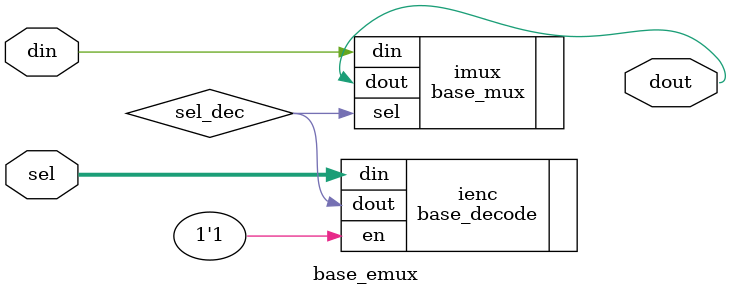
<source format=v>
module base_emux#
  (
   parameter width = 1,
   parameter ways = 1,
   parameter sel_width=$clog2(ways)
   )
  (
   input [0:(width*ways)-1] din,
   input [0:sel_width-1]    sel,
   output [0:width-1] 	    dout
   );

   wire [0:ways-1] 	    sel_dec;
   base_decode#(.enc_width(sel_width),.dec_width(ways)) ienc(.en(1'b1),.din(sel),.dout(sel_dec));
   base_mux#(.width(width),.ways(ways)) imux(.sel(sel_dec),.din(din),.dout(dout));

endmodule // base_emux
   
		

</source>
